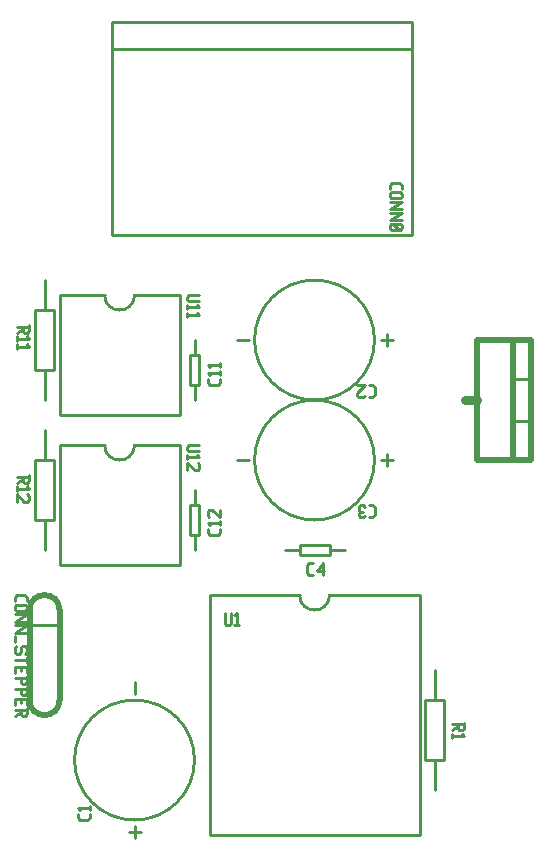
<source format=gbr>
G04 start of page 9 for group -4079 idx -4079 *
G04 Title: driver, topsilk *
G04 Creator: pcb 20140316 *
G04 CreationDate: Wed 27 Jan 2016 09:44:16 PM GMT UTC *
G04 For: veox *
G04 Format: Gerber/RS-274X *
G04 PCB-Dimensions (mil): 1800.00 3000.00 *
G04 PCB-Coordinate-Origin: lower left *
%MOIN*%
%FSLAX25Y25*%
%LNTOPSILK*%
%ADD42C,0.0300*%
%ADD41C,0.0200*%
%ADD40C,0.0100*%
G54D40*X132000Y160000D02*X136000D01*
X134000Y162000D02*Y158000D01*
X84000Y160000D02*X88000D01*
X130000D02*G75*G03X130000Y160000I-20000J0D01*G01*
X100000Y130000D02*X105000D01*
X115000D02*X120000D01*
X105000Y131600D02*X115000D01*
Y128400D01*
X105000D01*
Y131600D01*
X75000Y35000D02*X145000D01*
X75000Y115000D02*X105000D01*
X115000D02*X145000D01*
X75000Y35000D02*Y115000D01*
X145000D02*Y35000D01*
X105000Y115000D02*G75*G03X115000Y115000I5000J0D01*G01*
X150000Y90000D02*Y80000D01*
Y60000D02*Y50000D01*
X153300Y80000D02*Y60000D01*
X146700D02*X153300D01*
X146700Y80000D02*Y60000D01*
Y80000D02*X153300D01*
X42500Y297000D02*X142500D01*
X42500Y306000D02*Y235000D01*
X142500D01*
Y306000D02*Y235000D01*
X42500Y306000D02*X142500D01*
X132000Y200000D02*X136000D01*
X134000Y202000D02*Y198000D01*
X84000Y200000D02*X88000D01*
X130000D02*G75*G03X130000Y200000I-20000J0D01*G01*
X70000Y185000D02*Y180000D01*
Y200000D02*Y195000D01*
X68400D02*Y185000D01*
Y195000D02*X71600D01*
Y185000D01*
X68400D02*X71600D01*
X25000Y215000D02*Y175000D01*
X65000D01*
Y215000D01*
X25000D02*X40000D01*
X50000D02*X65000D01*
X40000D02*G75*G03X50000Y215000I5000J0D01*G01*
G54D41*X15000Y110000D02*Y80000D01*
X25000Y110000D02*Y80000D01*
G54D40*X15000Y105000D02*X25000D01*
G54D41*Y110000D02*G75*G03X15000Y110000I-5000J0D01*G01*
Y80000D02*G75*G03X25000Y80000I5000J0D01*G01*
G54D40*X20000Y170000D02*Y160000D01*
Y140000D02*Y130000D01*
X23300Y160000D02*Y140000D01*
X16700D02*X23300D01*
X16700Y160000D02*Y140000D01*
Y160000D02*X23300D01*
X20000Y220000D02*Y210000D01*
Y190000D02*Y180000D01*
X23300Y210000D02*Y190000D01*
X16700D02*X23300D01*
X16700Y210000D02*Y190000D01*
Y210000D02*X23300D01*
X25000Y165000D02*Y125000D01*
X65000D01*
Y165000D01*
X25000D02*X40000D01*
X50000D02*X65000D01*
X40000D02*G75*G03X50000Y165000I5000J0D01*G01*
X70000Y135000D02*Y130000D01*
Y150000D02*Y145000D01*
X68400D02*Y135000D01*
Y145000D02*X71600D01*
Y135000D01*
X68400D02*X71600D01*
G54D41*X182000Y200000D02*Y160000D01*
X164000D02*X182000D01*
X164000Y200000D02*Y160000D01*
Y200000D02*X182000D01*
Y160000D01*
X176000D02*X182000D01*
X176000Y200000D02*Y160000D01*
Y200000D02*X182000D01*
G54D40*X176000Y187000D02*X182000D01*
X176000Y173000D02*X182000D01*
G54D42*X160000Y180000D02*X164000D01*
G54D40*X50000Y38000D02*Y34000D01*
X48000Y36000D02*X52000D01*
X50000Y86000D02*Y82000D01*
Y40000D02*G75*G03X50000Y40000I0J20000D01*G01*
X108200Y121600D02*X109500D01*
X107500Y122300D02*X108200Y121600D01*
X107500Y124900D02*Y122300D01*
Y124900D02*X108200Y125600D01*
X109500D01*
X110700Y123100D02*X112700Y125600D01*
X110700Y123100D02*X113200D01*
X112700Y125600D02*Y121600D01*
X80000Y109000D02*Y105500D01*
X80500Y105000D01*
X81500D01*
X82000Y105500D01*
Y109000D02*Y105500D01*
X83200Y108200D02*X84000Y109000D01*
Y105000D01*
X83200D02*X84700D01*
X78400Y187000D02*Y185700D01*
X77700Y185000D02*X78400Y185700D01*
X75100Y185000D02*X77700D01*
X75100D02*X74400Y185700D01*
Y187000D02*Y185700D01*
X75200Y188200D02*X74400Y189000D01*
X78400D01*
Y189700D02*Y188200D01*
X75200Y190900D02*X74400Y191700D01*
X78400D01*
Y192400D02*Y190900D01*
X68000Y215000D02*X71500D01*
X68000D02*X67500Y214500D01*
Y213500D01*
X68000Y213000D01*
X71500D01*
X70700Y211800D02*X71500Y211000D01*
X67500D02*X71500D01*
X67500Y211800D02*Y210300D01*
X70700Y209100D02*X71500Y208300D01*
X67500D02*X71500D01*
X67500Y209100D02*Y207600D01*
X68000Y165000D02*X71500D01*
X68000D02*X67500Y164500D01*
Y163500D01*
X68000Y163000D01*
X71500D01*
X70700Y161800D02*X71500Y161000D01*
X67500D02*X71500D01*
X67500Y161800D02*Y160300D01*
X71000Y159100D02*X71500Y158600D01*
Y157100D01*
X71000Y156600D01*
X70000D02*X71000D01*
X67500Y159100D02*X70000Y156600D01*
X67500Y159100D02*Y156600D01*
X78400Y137000D02*Y135700D01*
X77700Y135000D02*X78400Y135700D01*
X75100Y135000D02*X77700D01*
X75100D02*X74400Y135700D01*
Y137000D02*Y135700D01*
X75200Y138200D02*X74400Y139000D01*
X78400D01*
Y139700D02*Y138200D01*
X74900Y140900D02*X74400Y141400D01*
Y142900D02*Y141400D01*
Y142900D02*X74900Y143400D01*
X75900D01*
X78400Y140900D02*X75900Y143400D01*
X78400D02*Y140900D01*
X10000Y114300D02*Y113000D01*
X10700Y115000D02*X10000Y114300D01*
X10700Y115000D02*X13300D01*
X14000Y114300D01*
Y113000D01*
X10500Y111800D02*X13500D01*
X14000Y111300D01*
Y110300D01*
X13500Y109800D01*
X10500D02*X13500D01*
X10000Y110300D02*X10500Y109800D01*
X10000Y111300D02*Y110300D01*
X10500Y111800D02*X10000Y111300D01*
Y108600D02*X14000D01*
X10000Y106100D01*
X14000D01*
X10000Y104900D02*X14000D01*
X10000Y102400D01*
X14000D01*
X10000Y101200D02*Y99200D01*
X14000Y96000D02*X13500Y95500D01*
X14000Y97500D02*Y96000D01*
X13500Y98000D02*X14000Y97500D01*
X12500Y98000D02*X13500D01*
X12500D02*X12000Y97500D01*
Y96000D01*
X11500Y95500D01*
X10500D02*X11500D01*
X10000Y96000D02*X10500Y95500D01*
X10000Y97500D02*Y96000D01*
X10500Y98000D02*X10000Y97500D01*
X14000Y94300D02*Y92300D01*
X10000Y93300D02*X14000D01*
X12200Y91100D02*Y89600D01*
X10000Y91100D02*Y89100D01*
Y91100D02*X14000D01*
Y89100D01*
X10000Y87400D02*X14000D01*
Y87900D02*Y85900D01*
X13500Y85400D01*
X12500D02*X13500D01*
X12000Y85900D02*X12500Y85400D01*
X12000Y87400D02*Y85900D01*
X10000Y83700D02*X14000D01*
Y84200D02*Y82200D01*
X13500Y81700D01*
X12500D02*X13500D01*
X12000Y82200D02*X12500Y81700D01*
X12000Y83700D02*Y82200D01*
X12200Y80500D02*Y79000D01*
X10000Y80500D02*Y78500D01*
Y80500D02*X14000D01*
Y78500D01*
Y77300D02*Y75300D01*
X13500Y74800D01*
X12500D02*X13500D01*
X12000Y75300D02*X12500Y74800D01*
X12000Y76800D02*Y75300D01*
X10000Y76800D02*X14000D01*
X12000Y76000D02*X10000Y74800D01*
X35000Y42000D02*Y40700D01*
X34300Y40000D02*X35000Y40700D01*
X31700Y40000D02*X34300D01*
X31700D02*X31000Y40700D01*
Y42000D02*Y40700D01*
X31800Y43200D02*X31000Y44000D01*
X35000D01*
Y44700D02*Y43200D01*
X14800Y155000D02*Y153000D01*
X14300Y152500D01*
X13300D02*X14300D01*
X12800Y153000D02*X13300Y152500D01*
X12800Y154500D02*Y153000D01*
X10800Y154500D02*X14800D01*
X12800Y153700D02*X10800Y152500D01*
X14000Y151300D02*X14800Y150500D01*
X10800D02*X14800D01*
X10800Y151300D02*Y149800D01*
X14300Y148600D02*X14800Y148100D01*
Y146600D01*
X14300Y146100D01*
X13300D02*X14300D01*
X10800Y148600D02*X13300Y146100D01*
X10800Y148600D02*Y146100D01*
X14800Y205000D02*Y203000D01*
X14300Y202500D01*
X13300D02*X14300D01*
X12800Y203000D02*X13300Y202500D01*
X12800Y204500D02*Y203000D01*
X10800Y204500D02*X14800D01*
X12800Y203700D02*X10800Y202500D01*
X14000Y201300D02*X14800Y200500D01*
X10800D02*X14800D01*
X10800Y201300D02*Y199800D01*
X14000Y198600D02*X14800Y197800D01*
X10800D02*X14800D01*
X10800Y198600D02*Y197100D01*
X135000Y251800D02*Y250500D01*
X135700Y252500D02*X135000Y251800D01*
X135700Y252500D02*X138300D01*
X139000Y251800D01*
Y250500D01*
X135500Y249300D02*X138500D01*
X139000Y248800D01*
Y247800D01*
X138500Y247300D01*
X135500D02*X138500D01*
X135000Y247800D02*X135500Y247300D01*
X135000Y248800D02*Y247800D01*
X135500Y249300D02*X135000Y248800D01*
Y246100D02*X139000D01*
X135000Y243600D01*
X139000D01*
X135000Y242400D02*X139000D01*
X135000Y239900D01*
X139000D01*
X135500Y238700D02*X135000Y238200D01*
X135500Y238700D02*X138500D01*
X139000Y238200D01*
Y237200D01*
X138500Y236700D01*
X135500D02*X138500D01*
X135000Y237200D02*X135500Y236700D01*
X135000Y238200D02*Y237200D01*
X136000Y238700D02*X138000Y236700D01*
X128000Y185000D02*X129300D01*
X130000Y184300D02*X129300Y185000D01*
X130000Y184300D02*Y181700D01*
X129300Y181000D01*
X128000D02*X129300D01*
X126800Y181500D02*X126300Y181000D01*
X124800D02*X126300D01*
X124800D02*X124300Y181500D01*
Y182500D02*Y181500D01*
X126800Y185000D02*X124300Y182500D01*
Y185000D02*X126800D01*
X128000Y145000D02*X129300D01*
X130000Y144300D02*X129300Y145000D01*
X130000Y144300D02*Y141700D01*
X129300Y141000D01*
X128000D02*X129300D01*
X126800Y141500D02*X126300Y141000D01*
X125300D02*X126300D01*
X125300D02*X124800Y141500D01*
X125300Y145000D02*X124800Y144500D01*
X125300Y145000D02*X126300D01*
X126800Y144500D02*X126300Y145000D01*
X125300Y142800D02*X126300D01*
X124800Y142300D02*Y141500D01*
Y144500D02*Y143300D01*
X125300Y142800D01*
X124800Y142300D02*X125300Y142800D01*
X159800Y72500D02*Y70500D01*
X159300Y70000D01*
X158300D02*X159300D01*
X157800Y70500D02*X158300Y70000D01*
X157800Y72000D02*Y70500D01*
X155800Y72000D02*X159800D01*
X157800Y71200D02*X155800Y70000D01*
X159000Y68800D02*X159800Y68000D01*
X155800D02*X159800D01*
X155800Y68800D02*Y67300D01*
M02*

</source>
